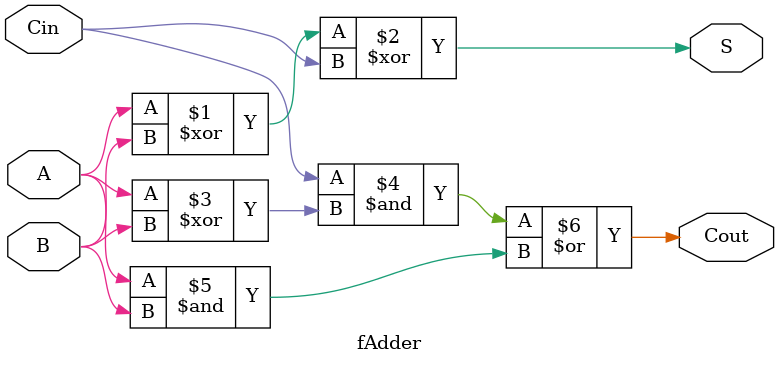
<source format=v>
`timescale 1ns / 1ps


module fAdder(
    input A,
    input B,
    input Cin,
    output S,
    output Cout
    );
    
    assign S = (A ^ B) ^ Cin;
    assign Cout = Cin & (A ^ B) | A & B;
endmodule



</source>
